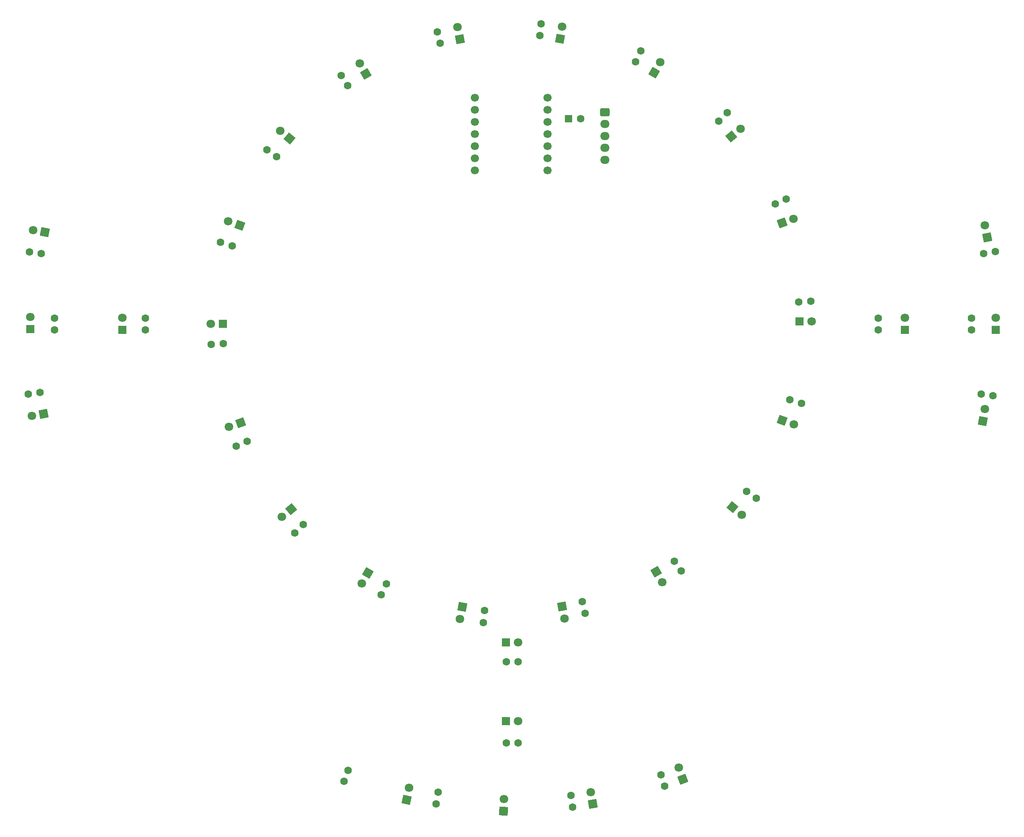
<source format=gbr>
%TF.GenerationSoftware,KiCad,Pcbnew,(6.0.11)*%
%TF.CreationDate,2024-01-27T16:05:06+09:00*%
%TF.ProjectId,engel_line_board_v2,656e6765-6c5f-46c6-996e-655f626f6172,rev?*%
%TF.SameCoordinates,Original*%
%TF.FileFunction,Soldermask,Bot*%
%TF.FilePolarity,Negative*%
%FSLAX46Y46*%
G04 Gerber Fmt 4.6, Leading zero omitted, Abs format (unit mm)*
G04 Created by KiCad (PCBNEW (6.0.11)) date 2024-01-27 16:05:06*
%MOMM*%
%LPD*%
G01*
G04 APERTURE LIST*
G04 Aperture macros list*
%AMRoundRect*
0 Rectangle with rounded corners*
0 $1 Rounding radius*
0 $2 $3 $4 $5 $6 $7 $8 $9 X,Y pos of 4 corners*
0 Add a 4 corners polygon primitive as box body*
4,1,4,$2,$3,$4,$5,$6,$7,$8,$9,$2,$3,0*
0 Add four circle primitives for the rounded corners*
1,1,$1+$1,$2,$3*
1,1,$1+$1,$4,$5*
1,1,$1+$1,$6,$7*
1,1,$1+$1,$8,$9*
0 Add four rect primitives between the rounded corners*
20,1,$1+$1,$2,$3,$4,$5,0*
20,1,$1+$1,$4,$5,$6,$7,0*
20,1,$1+$1,$6,$7,$8,$9,0*
20,1,$1+$1,$8,$9,$2,$3,0*%
%AMRotRect*
0 Rectangle, with rotation*
0 The origin of the aperture is its center*
0 $1 length*
0 $2 width*
0 $3 Rotation angle, in degrees counterclockwise*
0 Add horizontal line*
21,1,$1,$2,0,0,$3*%
G04 Aperture macros list end*
%ADD10R,1.800000X1.800000*%
%ADD11C,1.800000*%
%ADD12C,1.600000*%
%ADD13RotRect,1.800000X1.800000X260.000000*%
%ADD14RotRect,1.800000X1.800000X320.000000*%
%ADD15RotRect,1.800000X1.800000X191.000000*%
%ADD16RotRect,1.800000X1.800000X77.500000*%
%ADD17RotRect,1.800000X1.800000X88.500000*%
%ADD18RotRect,1.800000X1.800000X169.000000*%
%ADD19RotRect,1.800000X1.800000X340.000000*%
%ADD20RotRect,1.800000X1.800000X40.000000*%
%ADD21RotRect,1.800000X1.800000X120.000000*%
%ADD22RotRect,1.800000X1.800000X300.000000*%
%ADD23RotRect,1.800000X1.800000X110.500000*%
%ADD24RotRect,1.800000X1.800000X100.000000*%
%ADD25RotRect,1.800000X1.800000X99.500000*%
%ADD26RotRect,1.800000X1.800000X101.000000*%
%ADD27RotRect,1.800000X1.800000X200.000000*%
%ADD28RotRect,1.800000X1.800000X80.000000*%
%ADD29RotRect,1.800000X1.800000X220.000000*%
%ADD30RotRect,1.800000X1.800000X79.500000*%
%ADD31RotRect,1.800000X1.800000X160.000000*%
%ADD32RotRect,1.800000X1.800000X280.000000*%
%ADD33RotRect,1.800000X1.800000X140.000000*%
%ADD34RotRect,1.800000X1.800000X20.000000*%
%ADD35RotRect,1.800000X1.800000X240.000000*%
%ADD36RotRect,1.800000X1.800000X60.000000*%
%ADD37R,1.600000X1.600000*%
%ADD38C,1.700000*%
%ADD39RoundRect,0.250000X-0.725000X0.600000X-0.725000X-0.600000X0.725000X-0.600000X0.725000X0.600000X0*%
%ADD40O,1.950000X1.700000*%
G04 APERTURE END LIST*
D10*
%TO.C,D28*%
X211061000Y-206986000D03*
D11*
X213601000Y-206986000D03*
%TD*%
D12*
%TO.C,C21*%
X135382000Y-122444000D03*
X135382000Y-124944000D03*
%TD*%
%TO.C,C29*%
X244322719Y-220553934D03*
X243529457Y-218183125D03*
%TD*%
%TO.C,C8*%
X289052000Y-124924000D03*
X289052000Y-122424000D03*
%TD*%
D13*
%TO.C,D15*%
X201843282Y-182994750D03*
D11*
X201402216Y-185496162D03*
%TD*%
D14*
%TO.C,D12*%
X258559889Y-162081293D03*
D11*
X260505642Y-163713974D03*
%TD*%
D12*
%TO.C,C4*%
X257439175Y-79371677D03*
X255640825Y-81108323D03*
%TD*%
%TO.C,C15*%
X206244340Y-186258153D03*
X206505661Y-183771848D03*
%TD*%
%TO.C,C18*%
X154433069Y-149328421D03*
X156716933Y-148311579D03*
%TD*%
%TO.C,C3*%
X239307964Y-66416508D03*
X238212036Y-68663493D03*
%TD*%
%TO.C,C1*%
X196608755Y-62378045D03*
X197213560Y-64803784D03*
%TD*%
D10*
%TO.C,D6*%
X272539000Y-123166000D03*
D11*
X275079000Y-123166000D03*
%TD*%
D10*
%TO.C,D22*%
X111252000Y-124716000D03*
D11*
X111252000Y-122176000D03*
%TD*%
D12*
%TO.C,C10*%
X313656270Y-108503238D03*
X311183730Y-108872762D03*
%TD*%
D10*
%TO.C,D19*%
X151641000Y-123674000D03*
D11*
X149101000Y-123674000D03*
%TD*%
D12*
%TO.C,C17*%
X166740825Y-167468323D03*
X168539175Y-165731677D03*
%TD*%
%TO.C,C6*%
X274931955Y-118887805D03*
X272438045Y-119062196D03*
%TD*%
D15*
%TO.C,D23*%
X114106950Y-142492343D03*
D11*
X111613617Y-142976998D03*
%TD*%
D16*
%TO.C,D32*%
X190181706Y-223415469D03*
D11*
X190731463Y-220935677D03*
%TD*%
D17*
%TO.C,D31*%
X210545424Y-225790587D03*
D11*
X210611913Y-223251457D03*
%TD*%
D12*
%TO.C,C19*%
X149248045Y-127952196D03*
X151741955Y-127777805D03*
%TD*%
%TO.C,C11*%
X310675730Y-138322838D03*
X313148270Y-138692362D03*
%TD*%
%TO.C,C7*%
X272981577Y-140274547D03*
X270578423Y-139585454D03*
%TD*%
D18*
%TO.C,D24*%
X114352246Y-104443098D03*
D11*
X111858913Y-103958443D03*
%TD*%
D10*
%TO.C,D27*%
X211068000Y-190476000D03*
D11*
X213608000Y-190476000D03*
%TD*%
D12*
%TO.C,C22*%
X116332000Y-124924000D03*
X116332000Y-122424000D03*
%TD*%
D10*
%TO.C,D21*%
X130556000Y-124880000D03*
D11*
X130556000Y-122340000D03*
%TD*%
D19*
%TO.C,D7*%
X268980352Y-143856094D03*
D11*
X271367171Y-144724825D03*
%TD*%
D20*
%TO.C,D4*%
X258233352Y-84369556D03*
D11*
X260179105Y-82736875D03*
%TD*%
D21*
%TO.C,D26*%
X181645530Y-71196630D03*
D11*
X180375530Y-68996925D03*
%TD*%
D12*
%TO.C,C25*%
X160913729Y-87125269D03*
X162936271Y-88594732D03*
%TD*%
D22*
%TO.C,D13*%
X242534470Y-175643370D03*
D11*
X243804470Y-177843075D03*
%TD*%
D12*
%TO.C,C28*%
X211094000Y-211558000D03*
X213594000Y-211558000D03*
%TD*%
D10*
%TO.C,D9*%
X313690000Y-124920000D03*
D11*
X313690000Y-122380000D03*
%TD*%
D23*
%TO.C,D29*%
X248134167Y-219099222D03*
D11*
X247244640Y-216720075D03*
%TD*%
D12*
%TO.C,C30*%
X224971621Y-224970947D03*
X224666948Y-222489582D03*
%TD*%
D24*
%TO.C,D1*%
X201343000Y-63933463D03*
D11*
X200901934Y-61432051D03*
%TD*%
D25*
%TO.C,D30*%
X229235945Y-224341177D03*
D11*
X228816724Y-221836012D03*
%TD*%
D12*
%TO.C,C2*%
X218428327Y-60684867D03*
X218167006Y-63171172D03*
%TD*%
D26*
%TO.C,D10*%
X311949898Y-105483693D03*
D11*
X311465243Y-102990360D03*
%TD*%
D27*
%TO.C,D18*%
X155373394Y-144333458D03*
D11*
X152986575Y-145202189D03*
%TD*%
D12*
%TO.C,C9*%
X308610000Y-124924000D03*
X308610000Y-122424000D03*
%TD*%
D28*
%TO.C,D2*%
X222336718Y-63845250D03*
D11*
X222777784Y-61343838D03*
%TD*%
D12*
%TO.C,C16*%
X184872036Y-180423493D03*
X185967964Y-178176508D03*
%TD*%
D29*
%TO.C,D17*%
X165946648Y-162470444D03*
D11*
X164000895Y-164103125D03*
%TD*%
D30*
%TO.C,D11*%
X311018339Y-144005506D03*
D11*
X311481217Y-141508039D03*
%TD*%
D12*
%TO.C,C27*%
X211093000Y-194540000D03*
X213593000Y-194540000D03*
%TD*%
D31*
%TO.C,D20*%
X155199648Y-102983906D03*
D11*
X152812829Y-102115175D03*
%TD*%
D32*
%TO.C,D14*%
X222837000Y-182906537D03*
D11*
X223278066Y-185407949D03*
%TD*%
D33*
%TO.C,D25*%
X165620111Y-84758707D03*
D11*
X163674358Y-83126026D03*
%TD*%
D12*
%TO.C,C24*%
X111094098Y-108527450D03*
X113567279Y-108892658D03*
%TD*%
D34*
%TO.C,D5*%
X268935200Y-102465000D03*
D11*
X271322019Y-101596269D03*
%TD*%
D12*
%TO.C,C20*%
X151198423Y-106565454D03*
X153601577Y-107254547D03*
%TD*%
%TO.C,C14*%
X227632403Y-184322870D03*
X227027598Y-181897131D03*
%TD*%
%TO.C,C5*%
X269746932Y-97511579D03*
X267463068Y-98528421D03*
%TD*%
%TO.C,C26*%
X176466009Y-71583703D03*
X177863991Y-73656297D03*
%TD*%
%TO.C,C13*%
X247741950Y-175490000D03*
X246343968Y-173417406D03*
%TD*%
D10*
%TO.C,D8*%
X294640000Y-124944000D03*
D11*
X294640000Y-122404000D03*
%TD*%
D35*
%TO.C,D16*%
X182085470Y-175897370D03*
D11*
X180815470Y-178097075D03*
%TD*%
D12*
%TO.C,C23*%
X110853629Y-138395450D03*
X113326810Y-138030242D03*
%TD*%
%TO.C,C31*%
X196370792Y-224290862D03*
X196761878Y-221821641D03*
%TD*%
D36*
%TO.C,D3*%
X242094530Y-70942631D03*
D11*
X243364530Y-68742926D03*
%TD*%
D12*
%TO.C,C12*%
X263525000Y-160250000D03*
X261502458Y-158780537D03*
%TD*%
%TO.C,C32*%
X177060359Y-219581672D03*
X177927698Y-217236950D03*
%TD*%
D37*
%TO.C,C33*%
X224180400Y-80646400D03*
D12*
X226680400Y-80646400D03*
%TD*%
D38*
%TO.C,U33*%
X204470000Y-91440000D03*
X204470000Y-88900000D03*
X204470000Y-86360000D03*
X204470000Y-83820000D03*
X204470000Y-81280000D03*
X204470000Y-78740000D03*
X204470000Y-76200000D03*
X219710000Y-76200000D03*
X219710000Y-78740000D03*
X219710000Y-81280000D03*
X219710000Y-83820000D03*
X219710000Y-86360000D03*
X219710000Y-88900000D03*
X219710000Y-91440000D03*
%TD*%
D39*
%TO.C,J1*%
X231804800Y-79253200D03*
D40*
X231804800Y-81753200D03*
X231804800Y-84253200D03*
X231804800Y-86753200D03*
X231804800Y-89253200D03*
%TD*%
M02*

</source>
